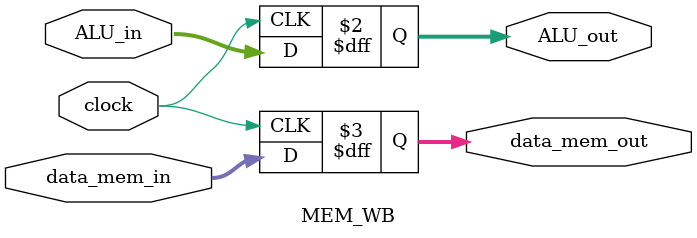
<source format=v>
module MEM_WB(clock, ALU_in, ALU_out, data_mem_in, data_mem_out);
    
    input clock;
    input [31:0] ALU_in;
    input [31:0] data_mem_in;
    
    output reg [31:0] ALU_out;
    output reg [31:0] data_mem_out;
    
    always@(posedge clock) begin
        ALU_out = ALU_in;
        data_mem_out = data_mem_in;
    end

endmodule
</source>
